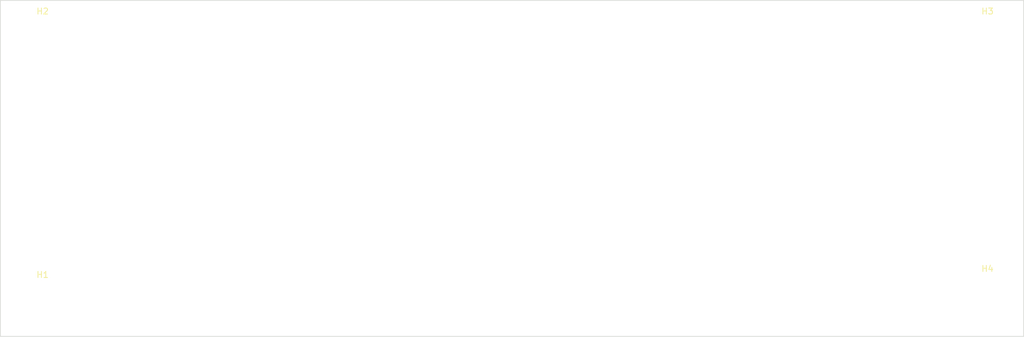
<source format=kicad_pcb>
(kicad_pcb (version 20221018) (generator pcbnew)
  (layers (0 "F.Cu" signal) (31 "B.Cu" signal) (34 "B.Paste" user) (35 "F.Paste" user) (36 "B.SilkS" user "B.Silkscreen") (37 "F.SilkS" user "F.Silkscreen") (38 "B.Mask" user) (39 "F.Mask" user) (44 "Edge.Cuts" user))
  (net 0 "")
  (footprint "MountingHole:MountingHole_3.2mm_M3" (layer "F.Cu") (at 80.57 60.69)
    (fp_text reference "H2" (at 0 -4.2) (layer "F.SilkS"))
    (fp_text value "MountingHole")
    (pad "" np_thru_hole circle locked (at 0 0) (size 3.2 3.2) (drill 3.2) (layers "*.Cu" "*.Mask"))
  )
  (footprint "MountingHole:MountingHole_3.2mm_M3" (layer "F.Cu") (at 80.57 104.32)
    (fp_text reference "H1" (at 0 -4.2) (layer "F.SilkS"))
    (fp_text value "MountingHole")
    (pad "" np_thru_hole circle locked (at 0 0) (size 3.2 3.2) (drill 3.2) (layers "*.Cu" "*.Mask"))
  )
  (footprint "MountingHole:MountingHole_3.2mm_M3" (layer "F.Cu") (at 237.07 103.32)
    (fp_text reference "H4" (at 0 -4.2) (layer "F.SilkS"))
    (fp_text value "MountingHole")
    (pad "" np_thru_hole circle locked (at 0 0) (size 3.2 3.2) (drill 3.2) (layers "*.Cu" "*.Mask"))
  )
  (footprint "MountingHole:MountingHole_3.2mm_M3" (layer "F.Cu") (at 237.07 60.69)
    (fp_text reference "H3" (at 0 -4.2) (layer "F.SilkS"))
    (fp_text value "MountingHole")
    (pad "" np_thru_hole circle locked (at 0 0) (size 3.2 3.2) (drill 3.2) (layers "*.Cu" "*.Mask"))
  )
  (gr_rect locked (start 243.07 54.69) (end 73.57 110.32) (stroke (width 0.1)) (fill none) (layer "Edge.Cuts"))
)
</source>
